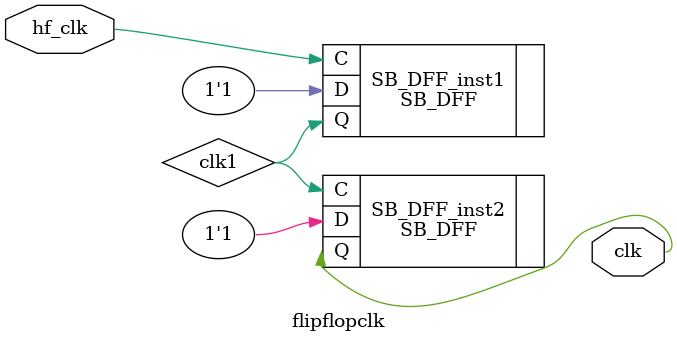
<source format=v>
module flipflopclk(hf_clk, clk);
    input hf_clk;
    output wire clk;
    wire clk1;
    
    SB_DFF SB_DFF_inst1(
        .Q(clk1),
        .C(hf_clk),
        .D(1'b1)
    );
    
    SB_DFF SB_DFF_inst2(
        .Q(clk),
        .C(clk1),
        .D(1'b1)
    );
endmodule
</source>
